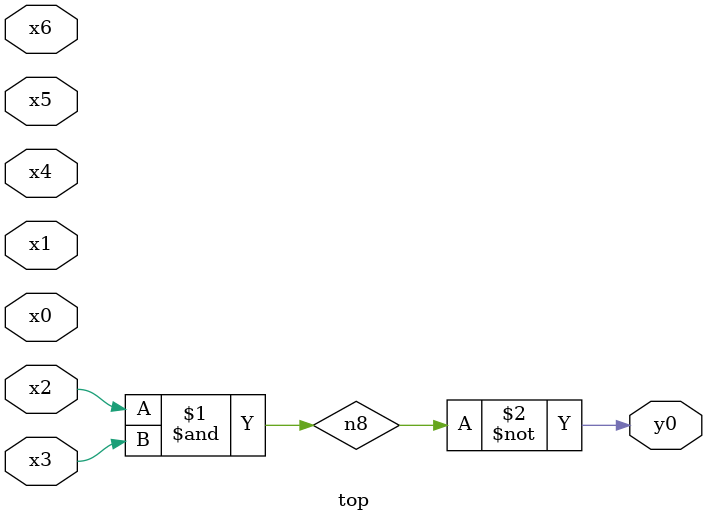
<source format=v>
module top( x0 , x1 , x2 , x3 , x4 , x5 , x6 , y0 );
  input x0 , x1 , x2 , x3 , x4 , x5 , x6 ;
  output y0 ;
  wire n8 ;
  assign n8 = x2 & x3 ;
  assign y0 = ~n8 ;
endmodule

</source>
